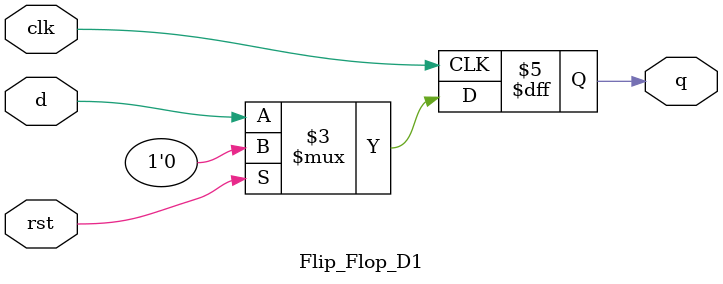
<source format=v>
`timescale 1ns / 1ps
module Flip_Flop_D1(
    input clk,
    input d,
    input rst,
    output reg q
    );

	 always @(posedge clk)
	 if (rst) 
	 q <= 0;
	 else
	 q <= d;
    
endmodule

</source>
